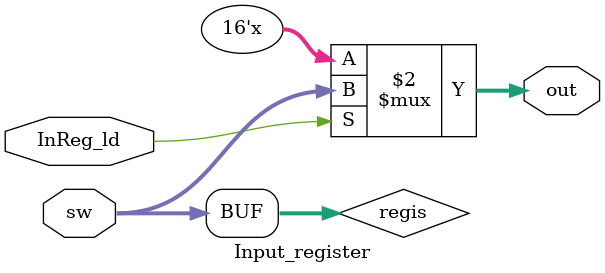
<source format=sv>
`timescale 1ns / 1ps


module Input_register(
    input logic [15:0] sw,
    input logic InReg_ld,
    output logic [15:0] out
    );
    
    logic [15:0] regis;
    
    assign regis=sw;
    
    always_comb
        if(InReg_ld) out <= regis;
    
endmodule

</source>
